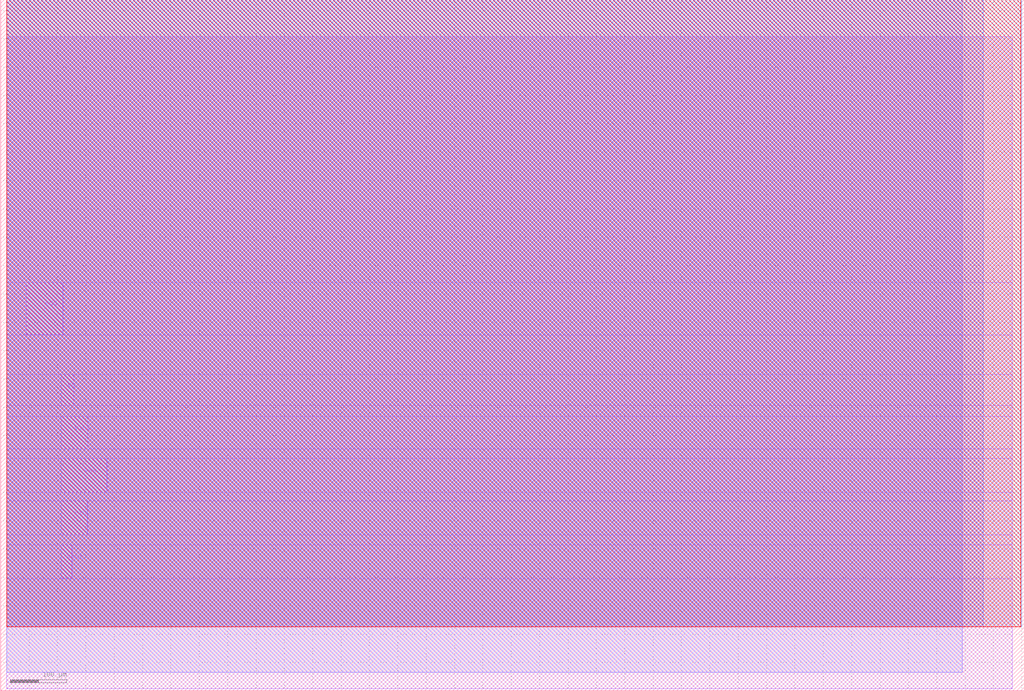
<source format=lef>
VERSION 5.7 ;
  NOWIREEXTENSIONATPIN ON ;
  DIVIDERCHAR "/" ;
  BUSBITCHARS "[]" ;
MACRO OTA_2stage_macro
  CLASS BLOCK ;
  FOREIGN OTA_2stage_macro ;
  ORIGIN 0.000 0.000 ;
  SIZE 1804.180 BY 1218.995 ;
  PIN vss
    DIRECTION INOUT ;
    USE GROUND ;
    PORT
      LAYER Metal1 ;
        RECT 106.565 349.955 187.040 409.555 ;
    END
  END vss
  PIN vin2
    DIRECTION INPUT ;
    USE SIGNAL ;
    PORT
      LAYER Metal1 ;
        RECT 106.565 275.300 152.710 334.780 ;
    END
  END vin2
  PIN vout
    DIRECTION OUTPUT ;
    USE SIGNAL ;
    PORT
      LAYER Metal1 ;
        RECT 106.565 198.065 125.530 257.060 ;
    END
  END vout
  PIN vin1
    DIRECTION INPUT ;
    USE SIGNAL ;
    PORT
      LAYER Metal1 ;
        RECT 106.565 426.605 153.105 483.565 ;
    END
  END vin1
  PIN vp
    DIRECTION INPUT ;
    USE SIGNAL ;
    PORT
      LAYER Metal1 ;
        RECT 106.565 503.490 128.500 557.990 ;
    END
  END vp
  PIN vdd
    DIRECTION INOUT ;
    USE POWER ;
    PORT
      LAYER Metal1 ;
        RECT 45.090 628.080 109.565 720.005 ;
    END
  END vdd
  OBS
      LAYER Metal1 ;
        RECT 10.530 720.305 1782.660 1153.455 ;
        RECT 10.530 627.780 44.790 720.305 ;
        RECT 109.865 627.780 1782.660 720.305 ;
        RECT 10.530 558.290 1782.660 627.780 ;
        RECT 10.530 503.190 106.265 558.290 ;
        RECT 128.800 503.190 1782.660 558.290 ;
        RECT 10.530 483.865 1782.660 503.190 ;
        RECT 10.530 426.305 106.265 483.865 ;
        RECT 153.405 426.305 1782.660 483.865 ;
        RECT 10.530 409.855 1782.660 426.305 ;
        RECT 10.530 349.655 106.265 409.855 ;
        RECT 187.340 349.655 1782.660 409.855 ;
        RECT 10.530 335.080 1782.660 349.655 ;
        RECT 10.530 275.000 106.265 335.080 ;
        RECT 153.010 275.000 1782.660 335.080 ;
        RECT 10.530 257.360 1782.660 275.000 ;
        RECT 10.530 197.765 106.265 257.360 ;
        RECT 125.830 197.765 1782.660 257.360 ;
        RECT 10.530 3.905 1782.660 197.765 ;
      LAYER Metal2 ;
        RECT 10.690 32.950 1695.285 1218.995 ;
      LAYER Metal3 ;
        RECT 10.690 112.505 1732.275 1218.995 ;
      LAYER Metal4 ;
        RECT 10.690 112.505 1799.790 1218.995 ;
      LAYER Metal5 ;
        RECT 10.690 112.505 1798.240 1218.995 ;
  END
END OTA_2stage_macro
END LIBRARY


</source>
